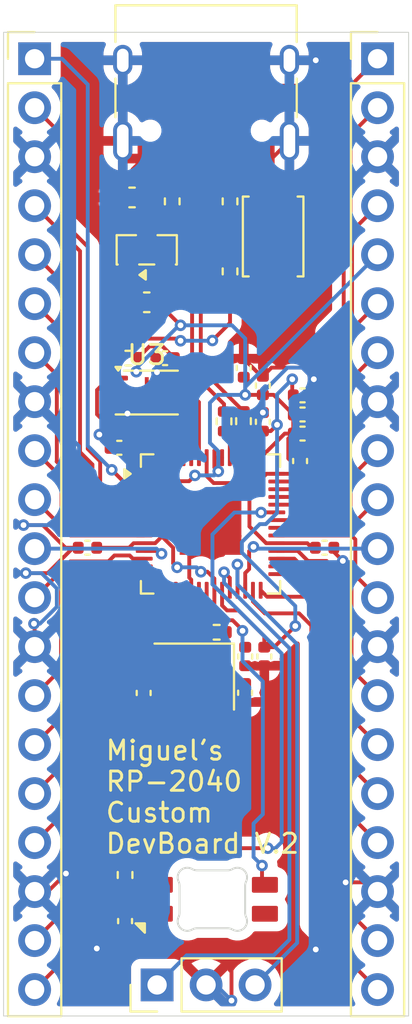
<source format=kicad_pcb>
(kicad_pcb (version 20241229) (generator "pcbnew") (generator_version "9.0")
  (layers (0 "F.Cu" signal) (2 "B.Cu" signal) (13 "F.Paste" user) (15 "B.Paste" user) (5 "F.SilkS" user "F.Silkscreen") (7 "B.SilkS" user "B.Silkscreen") (1 "F.Mask" user) (3 "B.Mask" user) (25 "Edge.Cuts" user))
  (net 0 "")
  (net 1 "+3V3")
  (net 2 "GND")
  (net 3 "+1V1")
  (net 4 "VBUS")
  (net 5 "XIN")
  (net 6 "Net-(C16-Pad2)")
  (net 7 "Net-(J1-CC2)")
  (net 8 "USB_D+")
  (net 9 "USB_D-")
  (net 10 "Net-(J1-CC1)")
  (net 11 "GPIO7")
  (net 12 "GPIO13")
  (net 13 "GPIO12")
  (net 14 "GPIO0")
  (net 15 "GPIO11")
  (net 16 "GPIO4")
  (net 17 "GPIO8")
  (net 18 "GPIO5")
  (net 19 "GPIO15")
  (net 20 "GPIO2")
  (net 21 "GPIO9")
  (net 22 "GPIO14")
  (net 23 "GPIO10")
  (net 24 "GPIO1")
  (net 25 "GPIO6")
  (net 26 "GPIO3")
  (net 27 "GPIO23")
  (net 28 "GPIO21")
  (net 29 "GPIO19")
  (net 30 "GPIO22")
  (net 31 "GPIO17")
  (net 32 "GPIO16")
  (net 33 "GPIO18")
  (net 34 "GPIO20")
  (net 35 "GPIO27_ADC1")
  (net 36 "GPIO24")
  (net 37 "RUN")
  (net 38 "GPIO28_ADC2")
  (net 39 "GPIO26_ADC0")
  (net 40 "GPIO29_ADC3")
  (net 41 "SWD")
  (net 42 "SWCLK")
  (net 43 "XOUT")
  (net 44 "Net-(R6-Pad1)")
  (net 45 "QSPI_SS")
  (net 46 "QSPI_SD1")
  (net 47 "QSPI_SCLK")
  (net 48 "QSPI_SD3")
  (net 49 "QSPI_SD0")
  (net 50 "QSPI_SD2")
  (net 51 "Net-(U1-USB_DM)")
  (net 52 "Net-(U1-USB_DP)")
  (net 53 "LED_0")
  (net 54 "Net-(LED1-VSS)")
  (net 55 "Net-(LED1-DIN)")
  (footprint "Capacitor_SMD:C_0402_1005Metric" (layer "F.Cu") (at 191.3738 59.8932 180)
    (property "Reference" "C17" (hide yes))
    (property "Value" "0.1uF")
  )
  (footprint "Capacitor_SMD:C_0402_1005Metric" (layer "F.Cu") (at 195.453 60.4012 90)
    (property "Reference" "C1" (hide yes))
    (property "Value" "1uF")
  )
  (footprint "Capacitor_SMD:C_0402_1005Metric" (layer "F.Cu") (at 195.5292 75.3618 -90)
    (property "Reference" "C7" (hide yes))
    (property "Value" "0.1uF")
  )
  (footprint "Capacitor_SMD:C_0402_1005Metric" (layer "F.Cu") (at 187.3504 69.723 180)
    (property "Reference" "C8" (hide yes))
    (property "Value" "0.1uF")
  )
  (footprint "Resistor_SMD:R_0402_1005Metric" (layer "F.Cu") (at 189.4738 59.8932 180)
    (property "Reference" "R7" (hide yes))
    (property "Value" "10K")
  )
  (footprint "Capacitor_SMD:C_0402_1005Metric" (layer "F.Cu") (at 196.4436 61.3156 90)
    (property "Reference" "C2" (hide yes))
    (property "Value" "0.1uF" (hide yes))
  )
  (footprint "Connector_PinHeader_2.54mm:PinHeader_1x03_P2.54mm_Vertical" (layer "F.Cu") (at 190.96 92.39 90)
    (property "Reference" "J4" (hide yes))
    (property "Value" "Conn_01x03" (hide yes))
  )
  (footprint "Package_DFN_QFN:QFN-56-1EP_7x7mm_P0.4mm_EP3.2x3.2mm" (layer "F.Cu") (at 193.73 68.49)
    (property "Reference" "U1" (hide yes))
    (property "Value" "RP2040" (hide yes))
  )
  (footprint "Capacitor_SMD:C_0402_1005Metric" (layer "F.Cu") (at 198.501 61.8236)
    (property "Reference" "C12" (hide yes))
    (property "Value" "0.1uF")
  )
  (footprint "Capacitor_SMD:C_0402_1005Metric" (layer "F.Cu") (at 189.0014 64.5414 180)
    (property "Reference" "C9" (hide yes))
    (property "Value" "0.1uF")
  )
  (footprint "Capacitor_SMD:C_0402_1005Metric" (layer "F.Cu") (at 196.5198 75.3592 -90)
    (property "Reference" "C11" (hide yes))
    (property "Value" "0.1uF")
  )
  (footprint "Connector_PinHeader_2.54mm:PinHeader_1x20_P2.54mm_Vertical" (layer "F.Cu") (at 202.39 44.37)
    (property "Reference" "J3" (hide yes))
    (property "Value" "Conn_01x20" (hide yes))
  )
  (footprint "Connector_PinHeader_2.54mm:PinHeader_1x20_P2.54mm_Vertical" (layer "F.Cu") (at 184.61 44.37)
    (property "Reference" "J2" (hide yes))
    (property "Value" "Conn_01x20" (hide yes))
  )
  (footprint "Capacitor_SMD:C_0402_1005Metric" (layer "F.Cu") (at 198.374 65.2272 90)
    (property "Reference" "C5" (hide yes))
    (property "Value" "0.1uF" (hide yes))
  )
  (footprint "Capacitor_SMD:C_0402_1005Metric" (layer "F.Cu") (at 198.501 62.8142)
    (property "Reference" "C3" (hide yes))
    (property "Value" "0.1uF" (hide yes))
  )
  (footprint "Capacitor_SMD:C_0402_1005Metric" (layer "F.Cu") (at 196.4436 63.1952 90)
    (property "Reference" "C10" (hide yes))
    (property "Value" "1uF" (hide yes))
  )
  (footprint "Resistor_SMD:R_0402_1005Metric" (layer "F.Cu") (at 194.7418 51.7652 -90)
    (property "Reference" "R1" (hide yes))
    (property "Value" "5.1K" (hide yes))
  )
  (footprint "Capacitor_SMD:C_0603_1608Metric" (layer "F.Cu") (at 190.4238 56.9976 180)
    (property "Reference" "C14" (hide yes))
    (property "Value" "10uF")
  )
  (footprint "Resistor_SMD:R_0402_1005Metric" (layer "F.Cu") (at 194.7418 55.3954 -90)
    (property "Reference" "R6" (hide yes))
    (property "Value" "1K")
  )
  (footprint "Capacitor_SMD:C_0402_1005Metric" (layer "F.Cu") (at 198.501 63.8048)
    (property "Reference" "C4" (hide yes))
    (property "Value" "0.1uF" (hide yes))
  )
  (footprint "PCM_marbastlib-various:LED_6028R" (layer "F.Cu") (at 193.825 87.95)
    (property "Reference" "LED1" (hide yes))
    (property "Value" "SK6812MINI-E" (hide yes))
    (fp_line (start -1.699999 -0.702843) (end -1.699999 0.702841) (stroke (width 0.1)) (layer "Edge.Cuts"))
    (fp_line (start -0.794452 1.499999) (end 0.794452 1.499999) (stroke (width 0.1)) (layer "Edge.Cuts"))
    (fp_line (start 0.794452 -1.5) (end -0.794453 -1.5) (stroke (width 0.1)) (layer "Edge.Cuts"))
    (fp_line (start 1.699999 0.702841) (end 1.699999 -0.702843) (stroke (width 0.1)) (layer "Edge.Cuts"))
    (fp_arc (start -1.749484 -0.919721) (mid -1.712527 -0.814069) (end -1.699999 -0.702844) (stroke (width 0.1)) (layer "Edge.Cuts"))
    (fp_arc (start -1.749484 -0.919721) (mid -1.638071 -1.504036) (end -1.046711 -1.568299) (stroke (width 0.1)) (layer "Edge.Cuts"))
    (fp_arc (start -1.699999 0.702841) (mid -1.712527 0.814067) (end -1.749484 0.919719) (stroke (width 0.1)) (layer "Edge.Cuts"))
    (fp_arc (start -1.046711 1.568298) (mid -1.638072 1.504034) (end -1.749484 0.919718) (stroke (width 0.1)) (layer "Edge.Cuts"))
    (fp_arc (start -1.046711 1.568298) (mid -0.925123 1.517376) (end -0.794452 1.499999) (stroke (width 0.1)) (layer "Edge.Cuts"))
    (fp_arc (start -0.794453 -1.5) (mid -0.925123 -1.517377) (end -1.046711 -1.568299) (stroke (width 0.1)) (layer "Edge.Cuts"))
    (fp_arc (start 0.794452 1.499999) (mid 0.925122 1.517376) (end 1.04671 1.568298) (stroke (width 0.1)) (layer "Edge.Cuts"))
    (fp_arc (start 1.046711 -1.5683) (mid 0.925123 -1.517378) (end 0.794453 -1.500001) (stroke (width 0.1)) (layer "Edge.Cuts"))
    (fp_arc (start 1.046711 -1.5683) (mid 1.638071 -1.504036) (end 1.749484 -0.919721) (stroke (width 0.1)) (layer "Edge.Cuts"))
    (fp_arc (start 1.699999 -0.702843) (mid 1.712527 -0.814069) (end 1.749484 -0.919721) (stroke (width 0.1)) (layer "Edge.Cuts"))
    (fp_arc (start 1.749484 0.919719) (mid 1.63807 1.504033) (end 1.046711 1.568296) (stroke (width 0.1)) (layer "Edge.Cuts"))
    (fp_arc (start 1.749484 0.919719) (mid 1.712527 0.814067) (end 1.699999 0.702842) (stroke (width 0.1)) (layer "Edge.Cuts"))
  )
  (footprint "Crystal:Crystal_SMD_3225-4Pin_3.2x2.5mm" (layer "F.Cu") (at 192.8876 76.4032 180)
    (property "Reference" "Y1" (hide yes))
    (property "Value" "12 MHz")
  )
  (footprint "Capacitor_SMD:C_0402_1005Metric" (layer "F.Cu") (at 199.644 69.723)
    (property "Reference" "C6" (hide yes))
    (property "Value" "0.1uF")
  )
  (footprint "Capacitor_SMD:C_0603_1608Metric" (layer "F.Cu") (at 189.6618 51.562 180)
    (property "Reference" "C13" (hide yes))
    (property "Value" "10uF")
  )
  (footprint "Package_TO_SOT_SMD:SOT-23" (layer "F.Cu") (at 190.4238 54.2775 90)
    (property "Reference" "U2" (hide yes))
    (property "Value" "MCP1700x-330xxTT" (hide yes))
  )
  (footprint "Connector_USB:USB_C_Receptacle_HRO_TYPE-C-31-M-12" (layer "F.Cu") (at 193.5 45.5 180)
    (property "Reference" "J1" (hide yes))
    (property "Value" "USB_C_Receptacle_USB2.0_14P" (hide yes))
  )
  (footprint "Resistor_SMD:R_0402_1005Metric" (layer "F.Cu") (at 191.7446 51.7652 -90)
    (property "Reference" "R2" (hide yes))
    (property "Value" "5.1K")
  )
  (footprint "Capacitor_SMD:C_0402_1005Metric" (layer "F.Cu") (at 189.3 89.08 -90)
    (property "Reference" "C18" (hide yes))
    (property "Value" "0.1uF")
  )
  (footprint "Resistor_SMD:R_0402_1005Metric" (layer "F.Cu") (at 194.43 63.17 -90)
    (property "Reference" "R3" (hide yes))
    (property "Value" "27")
  )
  (footprint "Capacitor_SMD:C_0402_1005Metric" (layer "F.Cu") (at 190.2636 77.2524 -90)
    (property "Reference" "C15" (hide yes))
    (property "Value" "33pF")
  )
  (footprint "Resistor_SMD:R_0402_1005Metric" (layer "F.Cu") (at 194.0482 74.1054 180)
    (property "Reference" "R5" (hide yes))
    (property "Value" "1K")
  )
  (footprint "Button_Switch_SMD:SW_Push_SPST_NO_Alps_SKRK" (layer "F.Cu") (at 196.977 53.5858 -90)
    (property "Reference" "SW1" (hide yes))
    (property "Value" "SW_Push" (hide yes))
  )
  (footprint "Package_SON:Winbond_USON-8-1EP_3x2mm_P0.5mm_EP0.2x1.6mm" (layer "F.Cu") (at 190.4238 61.6779)
    (property "Reference" "U3")
    (property "Value" "W25Q16JVZPIQ TR")
  )
  (footprint "Resistor_SMD:R_0402_1005Metric" (layer "F.Cu") (at 189.3 86.69 -90)
    (property "Reference" "R8" (hide yes))
    (property "Value" "330")
  )
  (footprint "Capacitor_SMD:C_0402_1005Metric" (layer "F.Cu") (at 195.5214 77.2414 90)
    (property "Reference" "C16" (hide yes))
    (property "Value" "33pF")
  )
  (footprint "Resistor_SMD:R_0402_1005Metric" (layer "F.Cu") (at 195.44 63.16 -90)
    (property "Reference" "R4" (hide yes))
    (property "Value" "27" (hide yes))
  )
  (gr_rect (start 183 43) (end 204 94) (stroke (width 0.05)) (fill no) (layer "Edge.Cuts"))
  (gr_text "Miguel's \nRP-2040 \nCustom \nDevBoard V.2" (at 188.214 85.6488 0) (layer "F.SilkS") (effects (font (size 1 1)) (justify left bottom)))
  (segment (start 193.93 72.9266) (end 194.4878 73.4844) (width 0.2) (layer "F.Cu") (net 1))
  (segment (start 190.4238 64.7446) (end 190.4238 65.7587) (width 0.2) (layer "F.Cu") (net 1))
  (segment (start 190.86 69.49) (end 191.2112 69.1388) (width 0.2) (layer "F.Cu") (net 1))
  (segment (start 197.763 64.0628) (end 198.021 63.8048) (width 0.2) (layer "F.Cu") (net 1))
  (segment (start 193.93 65.5584) (end 194.1322 65.7606) (width 0.2) (layer "F.Cu") (net 1))
  (segment (start 192.619731 66.273426) (end 192.921056 65.972101) (width 0.2) (layer "F.Cu") (net 1))
  (segment (start 194.33 65.0525) (end 193.93 65.0525) (width 0.2) (layer "F.Cu") (net 1))
  (segment (start 189.9838 59.8932) (end 189.9838 60.493734) (width 0.2) (layer "F.Cu") (net 1))
  (segment (start 195.748228 68.621228) (end 195.748228 66.773998) (width 0.2) (layer "F.Cu") (net 1))
  (segment (start 196.4436 61.7956) (end 197.0024 61.7956) (width 0.2) (layer "F.Cu") (net 1))
  (segment (start 195.5292 61.7982) (end 195.5292 60.9574) (width 0.2) (layer "F.Cu") (net 1))
  (segment (start 191.3738 56.8226) (end 191.1988 56.9976) (width 0.2) (layer "F.Cu") (net 1))
  (segment (start 195.388485 73.995345) (end 195.388485 74.029315) (width 0.2) (layer "F.Cu") (net 1))
  (segment (start 197.1675 69.49) (end 196.617 69.49) (width 0.2) (layer "F.Cu") (net 1))
  (segment (start 193.93 71.3242) (end 193.93 71.9275) (width 0.2) (layer "F.Cu") (net 1))
  (segment (start 196.4 87.05) (end 196.55 87.2) (width 0.2) (layer "F.Cu") (net 1))
  (segment (start 195.388485 74.741085) (end 195.5292 74.8818) (width 0.2) (layer "F.Cu") (net 1))
  (segment (start 190.825774 65.89) (end 190.826774 65.889) (width 0.2) (layer "F.Cu") (net 1))
  (segment (start 191.792318 69.719918) (end 191.792318 70.532718) (width 0.2) (layer "F.Cu") (net 1))
  (segment (start 198.021 63.8048) (end 197.5777 63.8048) (width 0.2) (layer "F.Cu") (net 1))
  (segment (start 196.617 69.49) (end 195.748228 68.621228) (width 0.2) (layer "F.Cu") (net 1))
  (segment (start 189.5094 69.723) (end 187.8304 69.723) (width 0.2) (layer "F.Cu") (net 1))
  (segment (start 191.8488 60.9279) (end 191.8488 59.8982) (width 0.2) (layer "F.Cu") (net 1))
  (segment (start 197.0024 61.7956) (end 198.021 62.8142) (width 0.2) (layer "F.Cu") (net 1))
  (segment (start 190.56725 59.2822) (end 191.2428 59.2822) (width 0.2) (layer "F.Cu") (net 1))
  (segment (start 195.5292 61.7982) (end 196.441 61.7982) (width 0.2) (layer "F.Cu") (net 1))
  (segment (start 190.4238 65.7587) (end 190.2925 65.89) (width 0.2) (layer "F.Cu") (net 1))
  (segment (start 195.5292 60.9574) (end 195.453 60.8812) (width 0.2) (layer "F.Cu") (net 1))
  (segment (start 190.2925 69.49) (end 190.86 69.49) (width 0.2) (layer "F.Cu") (net 1))
  (segment (start 190.2925 65.89) (end 190.825774 65.89) (width 0.2) (layer "F.Cu") (net 1))
  (segment (start 193.5734 70.9676) (end 193.93 71.3242) (width 0.2) (layer "F.Cu") (net 1))
  (segment (start 189.9838 59.8932) (end 189.9838 59.86565) (width 0.2) (layer "F.Cu") (net 1))
  (segment (start 198.7506 69.49) (end 198.9836 69.723) (width 0.2) (layer "F.Cu") (net 1))
  (segment (start 193.230223 70.9676) (end 193.5734 70.9676) (width 0.2) (layer "F.Cu") (net 1))
  (segment (start 189.4814 64.5414) (end 190.2206 64.5414) (width 0.2) (layer "F.Cu") (net 1))
  (segment (start 189.7424 69.49) (end 189.5094 69.723) (width 0.2) (layer "F.Cu") (net 1))
  (segment (start 196.441 61.7982) (end 196.4436 61.7956) (width 0.2) (layer "F.Cu") (net 1))
  (segment (start 191.8488 59.8982) (end 191.8538 59.8932) (width 0.2) (layer "F.Cu") (net 1))
  (segment (start 197.5777 63.8048) (end 196.33 65.0525) (width 0.2) (layer "F.Cu") (net 1))
  (segment (start 191.1988 56.9976) (end 191.1988 57.2152) (width 0.2) (layer "F.Cu") (net 1))
  (segment (start 197.1675 65.89) (end 198.1912 65.89) (width 0.2) (layer "F.Cu") (net 1))
  (segment (start 191.1988 57.2152) (end 192.175 58.1914) (width 0.2) (layer "F.Cu") (net 1))
  (segment (start 190.2925 69.49) (end 189.7424 69.49) (width 0.2) (layer "F.Cu") (net 1))
  (segment (start 197.1675 69.49) (end 198.7506 69.49) (width 0.2) (layer "F.Cu") (net 1))
  (segment (start 198.374 65.7072) (end 197.763 65.0962) (width 0.2) (layer "F.Cu") (net 1))
  (segment (start 193.93 65.0525) (end 193.93 65.5584) (width 0.2) (layer "F.Cu") (net 1))
  (segment (start 198.021 62.8142) (end 198.021 63.8048) (width 0.2) (layer "F.Cu") (net 1))
  (segment (start 198.9836 69.723) (end 199.164 69.723) (width 0.2) (layer "F.Cu") (net 1))
  (segment (start 194.87754 73.4844) (end 195.388485 73.995345) (width 0.2) (layer "F.Cu") (net 1))
  (segment (start 191.2112 69.1388) (end 191.792318 69.719918) (width 0.2) (layer "F.Cu") (net 1))
  (segment (start 190.2206 64.5414) (end 190.4238 64.7446) (width 0.2) (layer "F.Cu") (net 1))
  (segment (start 191.792318 70.532718) (end 191.9986 70.739) (width 0.2) (layer "F.Cu") (net 1))
  (segment (start 191.2112 69.1388) (end 191.2112 66.273426) (width 0.2) (layer "F.Cu") (net 1))
  (segment (start 193.93 71.9275) (end 193.93 72.9266) (width 0.2) (layer "F.Cu") (net 1))
  (segment (start 195.93 65.0525) (end 196.33 65.0525) (width 0.2) (layer "F.Cu") (net 1))
  (segment (start 191.2428 59.2822) (end 191.8538 59.8932) (width 0.2) (layer "F.Cu") (net 1))
  (segment (start 198.1912 65.89) (end 198.374 65.7072) (width 0.2) (layer "F.Cu") (net 1))
  (segment (start 196.4 86.2) (end 196.4 87.05) (width 0.2) (layer "F.Cu") (net 1))
  (segment (start 189.9838 60.493734) (end 189.881209 60.596325) (width 0.2) (layer "F.Cu") (net 1))
  (segment (start 191.2112 66.273426) (end 192.619731 66.273426) (width 0.2) (layer "F.Cu") (net 1))
  (segment (start 195.388485 74.029315) (end 195.388485 74.741085) (width 0.2) (layer "F.Cu") (net 1))
  (segment (start 191.2112 66.273426) (end 190.826774 65.889) (width 0.2) (layer "F.Cu") (net 1))
  (segment (start 194.4878 73.4844) (end 194.87754 73.4844) (width 0.2) (layer "F.Cu") (net 1))
  (segment (start 195.748228 66.773998) (end 196.632226 65.89) (width 0.2) (layer "F.Cu") (net 1))
  (segment (start 189.9838 59.86565) (end 190.56725 59.2822) (width 0.2) (layer "F.Cu") (net 1))
  (segment (start 196.632226 65.89) (end 197.1675 65.89) (width 0.2) (layer "F.Cu") (net 1))
  (segment (start 191.3738 55.215) (end 191.3738 56.8226) (width 0.2) (layer "F.Cu") (net 1))
  (segment (start 197.763 65.0962) (end 197.763 64.0628) (width 0.2) (layer "F.Cu") (net 1))
  (via (at 195.5292 61.7982) (size 0.6) (drill 0.3) (layers "F.Cu" "B.Cu") (net 1))
  (via (at 189.881209 60.596325) (size 0.6) (drill 0.3) (layers "F.Cu" "B.Cu") (net 1))
  (via (at 192.921056 65.972101) (size 0.6) (drill 0.3) (layers "F.Cu" "B.Cu") (net 1))
  (via (at 191.9986 70.739) (size 0.6) (drill 0.3) (layers "F.Cu" "B.Cu") (net 1))
  (via (at 192.175 58.1914) (size 0.6) (drill 0.3) (layers "F.Cu" "B.Cu") (net 1))
  (via (at 194.1322 65.7606) (size 0.6) (drill 0.3) (layers "F.Cu" "B.Cu") (net 1))
  (via (at 193.230223 70.9676) (size 0.6) (drill 0.3) (layers "F.Cu" "B.Cu") (net 1))
  (via (at 196.4 86.2) (size 0.6) (drill 0.3) (layers "F.Cu" "B.Cu") (net 1))
  (via (at 195.388485 74.029315) (size 0.6) (drill 0.3) (layers "F.Cu" "B.Cu") (net 1))
  (segment (start 191.9986 70.739) (end 193.001623 70.739) (width 0.2) (layer "B.Cu") (net 1))
  (segment (start 189.881209 60.410391) (end 192.1002 58.1914) (width 0.2) (layer "B.Cu") (net 1))
  (segment (start 193.001623 70.739) (end 193.230223 70.9676) (width 0.2) (layer "B.Cu") (net 1))
  (segment (start 195.961 85.761) (end 196.4 86.2) (width 0.2) (layer "B.Cu") (net 1))
  (segment (start 195.388485 75.602085) (end 196.4436 76.6572) (width 0.2) (layer "B.Cu") (net 1))
  (segment (start 194.1322 64.7192) (end 193.7004 64.2874) (width 0.2) (layer "B.Cu") (net 1))
  (segment (start 192.175 58.1914) (end 194.8434 58.1914) (width 0.2) (layer "B.Cu") (net 1))
  (segment (start 194.1322 65.7606) (end 194.1322 64.7192) (width 0.2) (layer "B.Cu") (net 1))
  (segment (start 192.921056 65.972101) (end 193.920699 65.972101) (width 0.2) (layer "B.Cu") (net 1))
  (segment (start 193.7004 62.2046) (end 194.1068 61.7982) (width 0.2) (layer "B.Cu") (net 1))
  (segment (start 196.4436 83.5406) (end 195.961 84.0232) (width 0.2) (layer "B.Cu") (net 1))
  (segment (start 195.5292 61.7982) (end 195.5292 61.3908) (width 0.2) (layer "B.Cu") (net 1))
  (segment (start 195.5292 58.8772) (end 195.5292 61.7982) (width 0.2) (layer "B.Cu") (net 1))
  (segment (start 192.1002 58.1914) (end 192.175 58.1914) (width 0.2) (layer "B.Cu") (net 1))
  (segment (start 194.8434 58.1914) (end 195.5292 58.8772) (width 0.2) (layer "B.Cu") (net 1))
  (segment (start 195.961 84.0232) (end 195.961 85.761) (width 0.2) (layer "B.Cu") (net 1))
  (segment (start 194.1068 61.7982) (end 195.5292 61.7982) (width 0.2) (layer "B.Cu") (net 1))
  (segment (start 196.4436 76.6572) (end 196.4436 83.5406) (width 0.2) (layer "B.Cu") (net 1))
  (segment (start 195.388485 74.029315) (end 195.388485 75.602085) (width 0.2) (layer "B.Cu") (net 1))
  (segment (start 193.7004 64.2874) (end 193.7004 62.2046) (width 0.2) (layer "B.Cu") (net 1))
  (segment (start 193.920699 65.972101) (end 194.1322 65.7606) (width 0.2) (layer "B.Cu") (net 1))
  (segment (start 189.881209 60.596325) (end 189.881209 60.410391) (width 0.2) (layer "B.Cu") (net 1))
  (segment (start 195.5292 61.3908) (end 202.39 54.53) (width 0.2) (layer "B.Cu") (net 1))
  (segment (start 198.981 64.1402) (end 198.374 64.7472) (width 0.2) (layer "F.Cu") (net 2))
  (segment (start 195.339 90.551) (end 199.1868 90.551) (width 0.2) (layer "F.Cu") (net 2))
  (segment (start 196.1876 52.2752) (end 196.977 51.4858) (width 0.2) (layer "F.Cu") (net 2))
  (segment (start 200.124 69.93867) (end 200.588965 70.403635) (width 0.2) (layer "F.Cu") (net 2))
  (segment (start 196.4436 60.8356) (end 196.3674 60.8356) (width 0.2) (layer "F.Cu") (net 2))
  (segment (start 192.73 71.3792) (end 192.629223 71.278423) (width 0.2) (layer "F.Cu") (net 2))
  (segment (start 195.0532 77.2532) (end 195.5214 77.7214) (width 0.2) (layer "F.Cu") (net 2))
  (segment (start 192.73 71.9275) (end 192.73 71.3792) (width 0.2) (layer "F.Cu") (net 2))
  (segment (start 192.629223 69.590777) (end 193.73 68.49) (width 0.2) (layer "F.Cu") (net 2))
  (segment (start 186.2328 86.614) (end 185.2968 87.55) (width 0.2) (layer "F.Cu") (net 2))
  (segment (start 186.6055 69.723) (end 186.8704 69.723) (width 0.2) (layer "F.Cu") (net 2))
  (segment (start 196.4436 60.8356) (end 196.8948 60.3844) (width 0.2) (layer "F.Cu") (net 2))
  (segment (start 186.2074 69.723) (end 185.033526 68.549126) (width 0.2) (layer "F.Cu") (net 2))
  (segment (start 184.152176 71.039998) (end 185.288502 71.039998) (width 0.2) (layer "F.Cu") (net 2))
  (segment (start 189.6526 77.3834) (end 190.2636 76.7724) (width 0.2) (layer "F.Cu") (net 2))
  (segment (start 189.6526 78.05895) (end 189.6526 77.3834) (width 0.2) (layer "F.Cu") (net 2))
  (segment (start 196.8948 60.3844) (end 198.4842 60.3844) (width 0.2) (layer "F.Cu") (net 2))
  (segment (start 194.818 93.2) (end 194.818 91.4908) (width 0.2) (layer "F.Cu") (net 2))
  (segment (start 185.033526 68.549126) (end 184.033829 68.549126) (width 0.2) (layer "F.Cu") (net 2))
  (segment (start 200.7362 87.0712) (end 201.9112 87.0712) (width 0.2) (layer "F.Cu") (net 2))
  (segment (start 194.7418 52.2752) (end 196.1876 52.2752) (width 0.2) (layer "F.Cu") (net 2))
  (segment (start 189.9637 54.3785) (end 189.6858 54.1006) (width 0.2) (layer "F.Cu") (net 2))
  (segment (start 194.6086 91.2814) (end 195.339 90.551) (width 0.2) (layer "F.Cu") (net 2))
  (segment (start 187.965 63.8556) (end 187.965 63.985) (width 0.2) (layer "F.Cu") (net 2))
  (segment (start 198.4842 60.3844) (end 199.0852 60.9854) (width 0.2) (layer "F.Cu") (net 2))
  (segment (start 193.9876 77.2532) (end 195.0532 77.2532) (width 0.2) (layer "F.Cu") (net 2))
  (segment (start 200.124 69.723) (end 200.124 69.93867) (width 0.2) (layer "F.Cu") (net 2))
  (segment (start 184.61 74.85) (end 184.61 73.69208) (width 0.2) (layer "F.Cu") (net 2))
  (segment (start 198.981 61.0896) (end 199.0852 60.9854) (width 0.2) (layer "F.Cu") (net 2))
  (segment (start 196.5172 75.8418) (end 196.5198 75.8392) (width 0.2) (layer "F.Cu") (net 2))
  (segment (start 191.7876 74.2012) (end 191.7876 75.5532) (width 0.2) (layer "F.Cu") (net 2))
  (segment (start 188.9988 62.4279) (end 189.087303 62.4279) (width 0.2) (layer "F.Cu") (net 2))
  (segment (start 189.6858 50.1092) (end 190.25 49.545) (width 0.2) (layer "F.Cu") (net 2))
  (segment (start 198.981 61.8236) (end 198.981 61.0896) (width 0.2) (layer "F.Cu") (net 2))
  (segment (start 186.8704 69.723) (end 186.2074 69.723) (width 0.2) (layer "F.Cu") (net 2))
  (segment (start 191.4828 75.5532) (end 190.2636 76.7724) (width 0.2) (layer "F.Cu") (net 2))
  (segment (start 191.6102 90.5002) (end 187.833 90.5002) (width 0.2) (layer "F.Cu") (net 2))
  (segment (start 190.953129 59.952529) (end 190.8938 59.8932) (width 0.2) (layer "F.Cu") (net 2))
  (segment (start 187.965 63.985) (end 188.5214 64.5414) (width 0.2) (layer "F.Cu") (net 2))
  (segment (start 196.905 49.545) (end 197.82 48.63) (width 0.2) (layer "F.Cu") (net 2))
  (segment (start 193.9876 77.2532) (end 192.9274 78.3134) (width 0.2) (layer "F.Cu") (net 2))
  (segment (start 189.90705 78.3134) (end 189.6526 78.05895) (width 0.2) (layer "F.Cu") (net 2))
  (segment (start 190.764768 54.3785) (end 189.9637 54.3785) (width 0.2) (layer "F.Cu") (net 2))
  (segment (start 191.7446 53.398668) (end 190.764768 54.3785) (width 0.2) (layer "F.Cu") (net 2))
  (segment (start 198.981 63.8048) (end 198.981 64.1402) (width 0.2) (layer "F.Cu") (net 2))
  (segment (start 193.5 92.39) (end 194.6086 91.2814) (width 0.2) (layer "F.Cu") (net 2))
  (segment (start 189.087303 62.4279) (end 189.423144 62.763741) (width 0.2) (layer "F.Cu") (net 2))
  (segment (start 201.9112 87.0712) (end 202.39 87.55) (width 0.2) (layer "F.Cu") (net 2))
  (segment (start 192.73 73.2588) (end 191.7876 74.2012) (width 0.2) (layer "F.Cu") (net 2))
  (segment (start 196.75 49.545) (end 196.75 51.2588) (width 0.2) (layer "F.Cu") (net 2))
  (segment (start 192.9274 78.3134) (end 189.90705 78.3134) (width 0.2) (layer "F.Cu") (net 2))
  (segment (start 185.2968 87.55) (end 184.61 87.55) (width 0.2) (layer "F.Cu") (net 2))
  (segment (start 189.6858 54.1006) (end 189.6858 50.1092) (width 0.2) (layer "F.Cu") (net 2))
  (segment (start 198.981 61.8236) (end 198.981 62.8142) (width 0.2) (layer "F.Cu") (net 2))
  (segment (start 184.61 73.69208) (end 184.577532 73.659612) (width 0.2) (layer "F.Cu") (net 2))
  (segment (start 190.953129 60.621624) (end 190.953129 59.952529) (width 0.2) (layer "F.Cu") (net 2))
  (segment (start 197.82 44.45) (end 199.1868 44.45) (width 0.2) (layer "F.Cu") (net 2))
  (segment (start 196.75 51.2588) (end 196.977 51.4858) (width 0.2) (layer "F.Cu") (net 2))
  (segment (start 185.288502 71.039998) (end 186.6055 69.723) (width 0.2) (layer "F.Cu") (net 2))
  (segment (start 196.4436 62.7152) (end 196.4436 62.7126) (width 0.2) (layer "F.Cu") (net 2))
  (segment (start 195.5292 75.8418) (end 196.5172 75.8418) (width 0.2) (layer "F.Cu") (net 2))
  (segment (start 194.818 91.4908) (end 194.6086 91.2814) (width 0.2) (layer "F.Cu") (net 2))
  (segment (start 192.629223 71.278423) (end 192.629223 69.590777) (width 0.2) (layer "F.Cu") (net 2))
  (segment (start 192.73 71.9275) (end 192.73 73.2588) (width 0.2) (layer "F.Cu") (net 2))
  (segment (start 191.7876 75.5532) (end 191.4828 75.5532) (width 0.2) (layer "F.Cu") (net 2))
  (segment (start 193.5 92.39) (end 191.6102 90.5002) (width 0.2) (layer "F.Cu") (net 2))
  (segment (start 191.7446 52.2752) (end 191.7446 53.398668) (width 0.2) (layer "F.Cu") (net 2))
  (segment (start 196.75 49.545) (end 196.905 49.545) (width 0.2) (layer "F.Cu") (net 2))
  (segment (start 198.981 63.8048) (end 198.981 62.8142) (width 0.2) (layer "F.Cu") (net 2))
  (segment (start 196.3674 60.8356) (end 195.453 59.9212) (width 0.2) (layer "F.Cu") (net 2))
  (via (at 199.0852 60.9854) (size 0.6) (drill 0.3) (layers "F.Cu" "B.Cu") (net 2))
  (via (at 199.1868 90.551) (size 0.6) (drill 0.3) (layers "F.Cu" "B.Cu") (net 2))
  (via (at 200.588965 70.403635) (size 0.6) (drill 0.3) (layers "F.Cu" "B.Cu") (net 2))
  (via (at 184.033829 68.549126) (size 0.6) (drill 0.3) (layers "F.Cu" "B.Cu") (net 2))
  (via (at 187.833 90.5002) (size 0.6) (drill 0.3) (layers "F.Cu" "B.Cu") (net 2))
  (via (at 189.423144 62.763741) (size 0.6) (drill 0.3) (layers "F.Cu" "B.Cu") (net 2))
  (via (at 184.152176 71.039998) (size 0.6) (drill 0.3) (layers "F.Cu" "B.Cu") (net 2))
  (via (at 194.818 93.2) (size 0.6) (drill 0.3) (layers "F.Cu" "B.Cu") (net 2))
  (via (at 199.1868 44.45) (size 0.6) (drill 0.3) (layers "F.Cu" "B.Cu") (net 2))
  (via (at 186.2328 86.614) (size 0.6) (drill 0.3) (layers "F.Cu" "B.Cu") (net 2))
  (via (at 196.4436 62.7126) (size 0.6) (drill 0.3) (layers "F.Cu" "B.Cu") (net 2))
  (via (at 190.953129 60.621624) (size 0.6) (drill 0.3) (layers "F.Cu" "B.Cu") (net 2))
  (via (at 200.7362 87.0712) (size 0.6) (drill 0.3) (layers "F.Cu" "B.Cu") (net 2))
  (via (at 184.577532 73.659612) (size 0.6) (drill 0.3) (layers "F.Cu" "B.Cu") (net 2))
  (via (at 187.965 63.8556) (size 0.6) (drill 0.3) (layers "F.Cu" "B.Cu") (net 2))
  (segment (start 194.008 92.39) (end 194.818 93.2) (width 0.2) (layer "B.Cu") (net 2))
  (segment (start 189.45 65.3406) (end 187.965 63.8556) (width 0.2) (layer "B.Cu") (net 2))
  (segment (start 190.953129 61.233756) (end 190.953129 60.621624) (width 0.2) (layer "B.Cu") (net 2))
  (segment (start 199.1868 90.551) (end 200.7362 89.0016) (width 0.2) (layer "B.Cu") (net 2))
  (segment (start 200.588965 70.403635) (end 200.588965 73.048965) (width 0.2) (layer "B.Cu") (net 2))
  (segment (start 196.4436 62.7126) (end 196.4436 61.659457) (width 0.2) (layer "B.Cu") (net 2))
  (segment (start 189.056859 62.763741) (end 187.965 63.8556) (width 0.2) (layer "B.Cu") (net 2))
  (segment (start 184.888148 73.659612) (end 185.761 72.78676) (width 0.2) (layer "B.Cu") (net 2))
  (segment (start 189.423144 62.763741) (end 190.953129 61.233756) (width 0.2) (layer "B.Cu") (net 2))
  (segment (start 184.61 62.15) (end 186.910417 64.450417) (width 0.2) (layer "B.Cu") (net 2))
  (segment (start 189.45 66.009543) (end 189.45 65.3406) (width 0.2) (layer "B.Cu") (net 2))
  (segment (start 201.2762 61.0362) (end 202.39 62.15) (width 0.2) (layer "B.Cu") (net 2))
  (segment (start 200.7362 89.0016) (end 200.7362 87.0712) (width 0.2) (layer "B.Cu") (net 2))
  (segment (start 199.0852 60.9854) (end 199.136 61.0362) (width 0.2) (layer "B.Cu") (net 2))
  (segment (start 200.588965 73.048965) (end 202.39 74.85) (width 0.2) (layer "B.Cu") (net 2))
  (segment (start 199.1868 44.45) (end 199.1868 46.2468) (width 0.2) (layer "B.Cu") (net 2))
  (segment (start 184.967758 71.039998) (end 184.152176 71.039998) (width 0.2) (layer "B.Cu") (net 2))
  (segment (start 185.761 72.78676) (end 185.761 71.83324) (width 0.2) (layer "B.Cu") (net 2))
  (segment (start 186.910417 68.549126) (end 189.45 66.009543) (width 0.2) (layer "B.Cu") (net 2))
  (segment (start 184.577532 73.659612) (end 184.888148 73.659612) (width 0.2) (layer "B.Cu") (net 2))
  (segment (start 197.718657 60.3844) (end 198.4842 60.3844) (width 0.2) (layer "B.Cu") (net 2))
  (segment (start 186.910417 64.450417) (end 186.910417 68.549126) (width 0.2) (layer "B.Cu") (net 2))
  (segment (start 187.833 88.2142) (end 186.2328 86.614) (width 0.2) (layer "B.Cu") (net 2))
  (segment (start 196.4436 61.659457) (end 197.718657 60.3844) (width 0.2) (layer "B.Cu") (net 2))
  (segment (start 199.136 61.0362) (end 201.2762 61.0362) (width 0.2) (layer "B.Cu") (net 2))
  (segment (start 198.4842 60.3844) (end 199.0852 60.9854) (width 0.2) (layer "B.Cu") (net 2))
  (segment (start 187.833 90.5002) (end 187.833 88.2142) (width 0.2) (layer "B.Cu") (net 2))
  (segment (start 193.5 92.39) (end 194.008 92.39) (width 0.2) (layer "B.Cu") (net 2))
  (segment (start 184.033829 68.549126) (end 186.910417 68.549126) (width 0.2) (layer "B.Cu") (net 2))
  (segment (start 199.1868 46.2468) (end 202.39 49.45) (width 0.2) (layer "B.Cu") (net 2))
  (segment (start 189.423144 62.763741) (end 189.056859 62.763741) (width 0.2) (layer "B.Cu") (net 2))
  (segment (start 185.761 71.83324) (end 184.967758 71.039998) (width 0.2) (layer "B.Cu") (net 2))
  (segment (start 195.8568 64.262) (end 196.4436 63.6752) (width 0.2) (layer "F.Cu") (net 3))
  (segment (start 196.5198 74.8792) (end 197.0278 74.8792) (width 0.2) (layer "F.Cu") (net 3))
  (segment (start 196.8526 63.6752) (end 197.1802 63.3476) (width 0.2) (layer "F.Cu") (net 3))
  (segment (start 196.4436 63.6752) (end 196.8526 63.6752) (width 0.2) (layer "F.Cu") (net 3))
  (segment (start 194.5894 72.9742) (end 195.1819 72.9742) (width 0.2) (layer "F.Cu") (net 3))
  (segment (start 194.33 71.9275) (end 194.33 72.7148) (width 0.2) (layer "F.Cu") (net 3))
  (segment (start 195.53 65.0525) (end 195.53 65.836) (width 0.2) (layer "F.Cu") (net 3))
  (segment (start 194.9958 66.3702) (end 193.891857 66.3702) (width 0.2) (layer "F.Cu") (net 3))
  (segment (start 197.0278 74.8792) (end 198.125165 73.781835) (width 0.2) (layer "F.Cu") (net 3))
  (segment (start 194.33 72.7148) (end 194.5894 72.9742) (width 0.2) (layer "F.Cu") (net 3))
  (segment (start 193.891857 66.3702) (end 193.53 66.008343) (width 0.2) (layer "F.Cu") (net 3))
  (segment (start 195.1819 72.9742) (end 196.5198 74.3121) (width 0.2) (layer "F.Cu") (net 3))
  (segment (start 195.53 65.0525) (end 195.53 64.3882) (width 0.2) (layer "F.Cu") (net 3))
  (segment (start 197.9676 61.7702) (end 198.021 61.8236) (width 0.2) (layer "F.Cu") (net 3))
  (segment (start 193.53 66.008343) (end 193.53 65.0525) (width 0.2) (layer "F.Cu") (net 3))
  (segment (start 197.9676 60.9854) (end 197.9676 61.7702) (width 0.2) (layer "F.Cu") (net 3))
  (segment (start 195.53 64.3882) (end 195.6562 64.262) (width 0.2) (layer "F.Cu") (net 3))
  (segment (start 195.53 65.836) (end 194.9958 66.3702) (width 0.2) (layer "F.Cu") (net 3))
  (segment (start 196.5198 74.3121) (end 196.5198 74.8792) (width 0.2) (layer "F.Cu") (net 3))
  (segment (start 195.6562 64.262) (end 195.8568 64.262) (width 0.2) (layer "F.Cu") (net 3))
  (via (at 197.1802 63.3476) (size 0.6) (drill 0.3) (layers "F.Cu" "B.Cu") (net 3))
  (via (at 198.125165 73.781835) (size 0.6) (drill 0.3) (layers "F.Cu" "B.Cu") (net 3))
  (via (at 197.9676 60.9854) (size 0.6) (drill 0.3) (layers "F.Cu" "B.Cu") (net 3))
  (segment (start 196.598171 68.498041) (end 197.1802 67.916012) (width 0.2) (layer "B.Cu") (net 3))
  (segment (start 198.125165 72.742424) (end 195.354835 69.972094) (width 0.2) (layer "B.Cu") (net 3))
  (segment (start 197.1802 67.916012) (end 197.1802 63.3476) (width 0.2) (layer "B.Cu") (net 3))
  (segment (start 195.354835 69.972094) (end 195.354835 69.428422) (width 0.2) (layer "B.Cu") (net 3))
  (segment (start 198.125165 73.781835) (end 198.125165 72.742424) (width 0.2) (layer "B.Cu") (net 3))
  (segment (start 197.1802 61.7728) (end 197.9676 60.9854) (width 0.2) (layer "B.Cu") (net 3))
  (segment (start 196.285216 68.498041) (end 196.598171 68.498041) (width 0.2) (layer "B.Cu") (net 3))
  (segment (start 195.354835 69.428422) (end 196.285216 68.498041) (width 0.2) (layer "B.Cu") (net 3))
  (segment (start 197.1802 63.3476) (end 197.1802 61.7728) (width 0.2) (layer "B.Cu") (net 3))
  (segment (start 200.9892 45.7708) (end 202.39 44.37) (width 0.2) (layer "F.Cu") (net 4))
  (segment (start 192.2882 47.3818) (end 191.05 48.62) (width 0.2) (layer "F.Cu") (net 4))
  (segment (start 194.6309 47.3818) (end 192.2882 47.3818) (width 0.2) (layer "F.Cu") (net 4))
  (segment (start 190.4368 53.327) (end 190.4238 53.34) (width 0.2) (layer "F.Cu") (net 4))
  (segment (start 191.05 50.9488) (end 190.4368 51.562) (width 0.2) (layer "F.Cu") (net 4))
  (segment (start 191.05 49.545) (end 191.05 50.9488) (width 0.2) (layer "F.Cu") (net 4))
  (segment (start 191.05 48.62) (end 191.05 49.545) (width 0.2) (layer "F.Cu") (net 4))
  (segment (start 195.95 48.7009) (end 194.6309 47.3818) (width 0.2) (layer "F.Cu") (net 4))
  (segment (start 195.95 49.545) (end 195.95 48.7009) (width 0.2) (layer "F.Cu") (net 4))
  (segment (start 196.2419 45.7708) (end 200.9892 45.7708) (width 0.2) (layer "F.Cu") (net 4))
  (segment (start 194.6309 47.3818) (end 196.2419 45.7708) (width 0.2) (layer "F.Cu") (net 4))
  (segment (start 190.4368 51.562) (end 190.4368 53.327) (width 0.2) (layer "F.Cu") (net 4))
  (segment (start 190.7428 77.2532) (end 190.2636 77.7324) (width 0.2) (layer "F.Cu") (net 5))
  (segment (start 191.7876 77.2532) (end 190.7428 77.2532) (width 0.2) (layer "F.Cu") (net 5))
  (segment (start 193.13 71.9275) (end 193.13 73.57) (width 0.2) (layer "F.Cu") (net 5))
  (segment (start 192.8114 76.2294) (end 191.7876 77.2532) (width 0.2) (layer "F.Cu") (net 5))
  (segment (start 193.13 73.57) (end 192.8114 73.8886) (width 0.2) (layer "F.Cu") (net 5))
  (segment (start 192.8114 73.8886) (end 192.8114 76.2294) (width 0.2) (layer "F.Cu") (net 5))
  (segment (start 194.5582 74.9826) (end 193.9876 75.5532) (width 0.2) (layer "F.Cu") (net 6))
  (segment (start 193.9876 75.5532) (end 195.1958 76.7614) (width 0.2) (layer "F.Cu") (net 6))
  (segment (start 195.1958 76.7614) (end 195.5214 76.7614) (width 0.2) (layer "F.Cu") (net 6))
  (segment (start 194.5582 74.1054) (end 194.5582 74.9826) (width 0.2) (layer "F.Cu") (net 6))
  (segment (start 191.7446 51.2552) (end 191.7446 49.5504) (width 0.2) (layer "F.Cu") (net 7))
  (segment (start 191.7446 49.5504) (end 191.75 49.545) (width 0.2) (layer "F.Cu") (net 7))
  (segment (start 192.75 50.632501) (end 192.75 49.545) (width 0.2) (layer "F.Cu") (net 8))
  (segment (start 192.775 60.621397) (end 192.775 50.657501) (width 0.2) (layer "F.Cu") (net 8))
  (segment (start 193.1162 48.1838) (end 193.3658 48.1838) (width 0.2) (layer "F.Cu") (net 8))
  (segment (start 192.75 49.545) (end 192.75 48.55) (width 0.2) (layer "F.Cu") (net 8))
  (segment (start 193.3658 48.1838) (end 193.75 48.568) (width 0.2) (layer "F.Cu") (net 8))
  (segment (start 192.775 50.657501) (end 192.75 50.632501) (width 0.2) (layer "F.Cu") (net 8))
  (segment (start 192.75 48.55) (end 193.1162 48.1838) (width 0.2) (layer "F.Cu") (net 8))
  (segment (start 193.75 48.568) (end 193.75 49.545) (width 0.2) (layer "F.Cu") (net 8))
  (segment (start 194.43 62.66) (end 194.43 62.276397) (width 0.2) (layer "F.Cu") (net 8))
  (segment (start 194.43 62.276397) (end 192.775 60.621397) (width 0.2) (layer "F.Cu") (net 8))
  (segment (start 194.25 49.545) (end 194.25 50.479) (width 0.2) (layer "F.Cu") (net 9))
  (segment (start 193.25 50.632501) (end 193.25 49.545) (width 0.2) (layer "F.Cu") (net 9))
  (segment (start 193.9036 50.8254) (end 193.5534 50.8254) (width 0.2) (layer "F.Cu") (net 9))
  (segment (start 193.225 50.657501) (end 193.25 50.632501) (width 0.2) (layer "F.Cu") (net 9))
  (segment (start 195.44 62.65) (end 193.225 60.435) (width 0.2) (layer "F.Cu") (net 9))
  (segment (start 193.25 50.522) (end 193.25 49.545) (width 0.2) (layer "F.Cu") (net 9))
  (segment (start 193.5534 50.8254) (end 193.25 50.522) (width 0.2) (layer "F.Cu") (net 9))
  (segment (start 194.25 50.479) (end 193.9036 50.8254) (width 0.2) (layer "F.Cu") (net 9))
  (segment (start 193.225 60.435) (end 193.225 50.657501) (width 0.2) (layer "F.Cu") (net 9))
  (segment (start 194.7418 49.5532) (end 194.75 49.545) (width 0.2) (layer "F.Cu") (net 10))
  (segment (start 194.7418 51.2552) (end 194.7418 49.5532) (width 0.2) (layer "F.Cu") (net 10))
  (segment (start 190.2925 69.09) (end 186.47 69.09) (width 0.2) (layer "F.Cu") (net 11))
  (segment (start 186.47 69.09) (end 184.61 67.23) (width 0.2) (layer "F.Cu") (net 11))
  (segment (start 187.8422 72.9396) (end 187.8422 81.7778) (width 0.2) (layer "F.Cu") (net 12))
  (segment (start 187.8422 81.7778) (end 184.61 85.01) (width 0.2) (layer "F.Cu") (net 12))
  (segment (start 191.3382 72.6694) (end 188.1124 72.6694) (width 0.2) (layer "F.Cu") (net 12))
  (segment (start 191.53 71.9275) (end 191.53 72.4776) (width 0.2) (layer "F.Cu") (net 12))
  (segment (start 191.53 72.4776) (end 191.3382 72.6694) (width 0.2) (layer "F.Cu") (net 12))
  (segment (start 188.1124 72.6694) (end 187.8422 72.9396) (width 0.2) (layer "F.Cu") (net 12))
  (segment (start 187.9399 71.9275) (end 187.4412 72.4262) (width 0.2) (layer "F.Cu") (net 13))
  (segment (start 187.4412 79.6388) (end 184.61 82.47) (width 0.2) (layer "F.Cu") (net 13))
  (segment (start 187.4412 72.4262) (end 187.4412 79.6388) (width 0.2) (layer "F.Cu") (net 13))
  (segment (start 191.13 71.9275) (end 187.9399 71.9275) (width 0.2) (layer "F.Cu") (net 13))
  (segment (start 190.2925 66.29) (end 189.2148 66.29) (width 0.2) (layer "F.Cu") (net 14))
  (segment (start 189.2148 66.29) (end 188.6092 65.6844) (width 0.2) (layer "F.Cu") (net 14))
  (via (at 188.6092 65.6844) (size 0.6) (drill 0.3) (layers "F.Cu" "B.Cu") (net 14))
  (segment (start 187.364 64.4392) (end 187.364 45.7064) (width 0.2) (layer "B.Cu") (net 14))
  (segment (start 188.6092 65.6844) (end 187.364 64.4392) (width 0.2) (layer "B.Cu") (net 14))
  (segment (start 186.0276 44.37) (end 184.61 44.37) (width 0.2) (layer "B.Cu") (net 14))
  (segment (start 187.364 45.7064) (end 186.0276 44.37) (width 0.2) (layer "B.Cu") (net 14))
  (segment (start 186.7662 72.0344) (end 186.7662 77.7738) (width 0.2) (layer "F.Cu") (net 15))
  (segment (start 190.2925 71.09) (end 189.2854 71.09) (width 0.2) (layer "F.Cu") (net 15))
  (segment (start 186.7662 77.7738) (end 184.61 79.93) (width 0.2) (layer "F.Cu") (net 15))
  (segment (start 188.976 71.3994) (end 187.4012 71.3994) (width 0.2) (layer "F.Cu") (net 15))
  (segment (start 187.4012 71.3994) (end 186.7662 72.0344) (width 0.2) (layer "F.Cu") (net 15))
  (segment (start 189.2854 71.09) (end 188.976 71.3994) (width 0.2) (layer "F.Cu") (net 15))
  (segment (start 186.8062 67.6973) (end 186.8062 65.7415) (width 0.2) (layer "F.Cu") (net 16))
  (segment (start 186.9989 67.89) (end 186.8062 67.6973) (width 0.2) (layer "F.Cu") (net 16))
  (segment (start 186.162 65.0973) (end 186.162 58.622) (width 0.2) (layer "F.Cu") (net 16))
  (segment (start 190.2925 67.89) (end 186.9989 67.89) (width 0.2) (layer "F.Cu") (net 16))
  (segment (start 186.8062 65.7415) (end 186.162 65.0973) (width 0.2) (layer "F.Cu") (net 16))
  (segment (start 186.162 58.622) (end 184.61 57.07) (width 0.2) (layer "F.Cu") (net 16))
  (segment (start 191.046571 69.89) (end 191.191318 70.034747) (width 0.2) (layer "F.Cu") (net 17))
  (segment (start 190.2925 69.89) (end 191.046571 69.89) (width 0.2) (layer "F.Cu") (net 17))
  (via (at 191.191318 70.034747) (size 0.6) (drill 0.3) (layers "F.Cu" "B.Cu") (net 17))
  (segment (start 190.926571 69.77) (end 184.61 69.77) (width 0.2) (layer "B.Cu") (net 17))
  (segment (start 191.191318 70.034747) (end 190.926571 69.77) (width 0.2) (layer "B.Cu") (net 17))
  (segment (start 186.4052 67.8634) (end 186.4052 65.9076) (width 0.2) (layer "F.Cu") (net 18))
  (segment (start 186.4052 65.9076) (end 185.7502 65.2526) (width 0.2) (layer "F.Cu") (net 18))
  (segment (start 185.761 60.761) (end 184.61 59.61) (width 0.2) (layer "F.Cu") (net 18))
  (segment (start 185.761 65.2418) (end 185.761 60.761) (width 0.2) (layer "F.Cu") (net 18))
  (segment (start 190.2925 68.29) (end 186.8318 68.29) (width 0.2) (layer "F.Cu") (net 18))
  (segment (start 185.7502 65.2526) (end 185.761 65.2418) (width 0.2) (layer "F.Cu") (net 18))
  (segment (start 186.8318 68.29) (end 186.4052 67.8634) (width 0.2) (layer "F.Cu") (net 18))
  (segment (start 191.6567 73.5276) (end 189.4586 73.5276) (width 0.2) (layer "F.Cu") (net 19))
  (segment (start 188.6442 88.5958) (end 184.61 92.63) (width 0.2) (layer "F.Cu") (net 19))
  (segment (start 192.33 72.8543) (end 191.6567 73.5276) (width 0.2) (layer "F.Cu") (net 19))
  (segment (start 189.4586 73.5276) (end 188.6442 74.342) (width 0.2) (layer "F.Cu") (net 19))
  (segment (start 188.6442 74.342) (end 188.6442 88.5958) (width 0.2) (layer "F.Cu") (net 19))
  (segment (start 192.33 71.9275) (end 192.33 72.8543) (width 0.2) (layer "F.Cu") (net 19))
  (segment (start 187.8416 67.09) (end 187.6082 66.8566) (width 0.2) (layer "F.Cu") (net 20))
  (segment (start 187.6082 65.4093) (end 186.964 64.7651) (width 0.2) (layer "F.Cu") (net 20))
  (segment (start 186.964 54.344) (end 184.61 51.99) (width 0.2) (layer "F.Cu") (net 20))
  (segment (start 190.2925 67.09) (end 187.8416 67.09) (width 0.2) (layer "F.Cu") (net 20))
  (segment (start 186.964 64.7651) (end 186.964 54.344) (width 0.2) (layer "F.Cu") (net 20))
  (segment (start 187.6082 66.8566) (end 187.6082 65.4093) (width 0.2) (layer "F.Cu") (net 20))
  (segment (start 186.4614 70.4342) (end 186.4614 70.4586) (width 0.2) (layer "F.Cu") (net 21))
  (segment (start 188.7474 70.124) (end 188.4372 70.4342) (width 0.2) (layer "F.Cu") (net 21))
  (segment (start 189.5384 70.124) (end 188.7474 70.124) (width 0.2) (layer "F.Cu") (net 21))
  (segment (start 186.4614 70.4586) (end 184.61 72.31) (width 0.2) (layer "F.Cu") (net 21))
  (segment (start 188.4372 70.4342) (end 186.4614 70.4342) (width 0.2) (layer "F.Cu") (net 21))
  (segment (start 189.7044 70.29) (end 189.5384 70.124) (width 0.2) (layer "F.Cu") (net 21))
  (segment (start 190.2925 70.29) (end 189.7044 70.29) (width 0.2) (layer "F.Cu") (net 21))
  (segment (start 191.4906 73.1266) (end 188.6204 73.1266) (width 0.2) (layer "F.Cu") (net 22))
  (segment (start 188.2432 73.5038) (end 188.2432 86.4568) (width 0.2) (layer "F.Cu") (net 22))
  (segment (start 191.93 72.6872) (end 191.4906 73.1266) (width 0.2) (layer "F.Cu") (net 22))
  (segment (start 188.6204 73.1266) (end 188.2432 73.5038) (width 0.2) (layer "F.Cu") (net 22))
  (segment (start 188.2432 86.4568) (end 184.61 90.09) (width 0.2) (layer "F.Cu") (net 22))
  (segment (start 191.93 71.9275) (end 191.93 72.6872) (width 0.2) (layer "F.Cu") (net 22))
  (segment (start 188.595 70.8914) (end 186.6138 70.8914) (width 0.2) (layer "F.Cu") (net 23))
  (segment (start 190.2925 70.69) (end 188.7964 70.69) (width 0.2) (layer "F.Cu") (net 23))
  (segment (start 185.9788 71.5264) (end 185.9788 76.0212) (width 0.2) (layer "F.Cu") (net 23))
  (segment (start 188.7964 70.69) (end 188.595 70.8914) (width 0.2) (layer "F.Cu") (net 23))
  (segment (start 185.9788 76.0212) (end 184.61 77.39) (width 0.2) (layer "F.Cu") (net 23))
  (segment (start 186.6138 70.8914) (end 185.9788 71.5264) (width 0.2) (layer "F.Cu") (net 23))
  (segment (start 188.0092 66.521) (end 188.0092 65.2432) (width 0.2) (layer "F.Cu") (net 24))
  (segment (start 186.0296 52.7812) (end 186.0296 48.3296) (width 0.2) (layer "F.Cu") (net 24))
  (segment (start 187.365 64.599) (end 187.365 54.1166) (width 0.2) (layer "F.Cu") (net 24))
  (segment (start 190.2925 66.69) (end 188.1782 66.69) (width 0.2) (layer "F.Cu") (net 24))
  (segment (start 188.0092 65.2432) (end 187.365 64.599) (width 0.2) (layer "F.Cu") (net 24))
  (segment (start 187.365 54.1166) (end 186.0296 52.7812) (width 0.2) (layer "F.Cu") (net 24))
  (segment (start 188.1782 66.69) (end 188.0092 66.521) (width 0.2) (layer "F.Cu") (net 24))
  (segment (start 186.0296 48.3296) (end 184.61 46.91) (width 0.2) (layer "F.Cu") (net 24))
  (segment (start 186.0042 68.0466) (end 186.0042 66.0842) (width 0.2) (layer "F.Cu") (net 25))
  (segment (start 190.2925 68.69) (end 186.6476 68.69) (width 0.2) (layer "F.Cu") (net 25))
  (segment (start 186.0042 66.0842) (end 184.61 64.69) (width 0.2) (layer "F.Cu") (net 25))
  (segment (start 186.6476 68.69) (end 186.0042 68.0466) (width 0.2) (layer "F.Cu") (net 25))
  (segment (start 187.2072 67.3354) (end 187.2072 65.5754) (width 0.2) (layer "F.Cu") (net 26))
  (segment (start 186.563 64.9312) (end 186.563 56.483) (width 0.2) (layer "F.Cu") (net 26))
  (segment (start 190.2925 67.49) (end 187.3618 67.49) (width 0.2) (layer "F.Cu") (net 26))
  (segment (start 187.3618 67.49) (end 187.2072 67.3354) (width 0.2) (layer "F.Cu") (net 26))
  (segment (start 187.2072 65.5754) (end 186.563 64.9312) (width 0.2) (layer "F.Cu") (net 26))
  (segment (start 186.563 56.483) (end 184.61 54.53) (width 0.2) (layer "F.Cu") (net 26))
  (segment (start 197.1675 68.69) (end 200.93 68.69) (width 0.2) (layer "F.Cu") (net 27))
  (segment (start 200.93 68.69) (end 202.39 67.23) (width 0.2) (layer "F.Cu") (net 27))
  (segment (start 199.7456 70.4088) (end 201.041 71.7042) (width 0.2) (layer "F.Cu") (net 28))
  (segment (start 201.041 76.041) (end 202.39 77.39) (width 0.2) (layer "F.Cu") (net 28))
  (segment (start 198.7804 70.4088) (end 199.7456 70.4088) (width 0.2) (layer "F.Cu") (net 28))
  (segment (start 198.2616 69.89) (end 198.7804 70.4088) (width 0.2) (layer "F.Cu") (net 28))
  (segment (start 197.1675 69.89) (end 198.2616 69.89) (width 0.2) (layer "F.Cu") (net 28))
  (segment (start 201.041 71.7042) (end 201.041 76.041) (width 0.2) (layer "F.Cu") (net 28))
  (segment (start 199.5932 71.4248) (end 200.239 72.0706) (width 0.2) (layer "F.Cu") (net 29))
  (segment (start 200.239 80.319) (end 202.39 82.47) (width 0.2) (layer "F.Cu") (net 29))
  (segment (start 197.8932 70.69) (end 198.628 71.4248) (width 0.2) (layer "F.Cu") (net 29))
  (segment (start 197.1675 70.69) (end 197.8932 70.69) (width 0.2) (layer "F.Cu") (net 29))
  (segment (start 200.239 72.0706) (end 200.239 80.319) (width 0.2) (layer "F.Cu") (net 29))
  (segment (start 198.628 71.4248) (end 199.5932 71.4248) (width 0.2) (layer "F.Cu") (net 29))
  (segment (start 197.1675 69.09) (end 201.03576 69.09) (width 0.2) (layer "F.Cu") (net 30))
  (segment (start 201.03576 69.09) (end 201.239 69.29324) (width 0.2) (layer "F.Cu") (net 30))
  (segment (start 201.239 69.29324) (end 201.239 71.159) (width 0.2) (layer "F.Cu") (net 30))
  (segment (start 201.239 71.159) (end 202.39 72.31) (width 0.2) (layer "F.Cu") (net 30))
  (segment (start 196.6655 72.263) (end 198.9582 72.263) (width 0.2) (layer "F.Cu") (net 31))
  (segment (start 196.33 71.9275) (end 196.6655 72.263) (width 0.2) (layer "F.Cu") (net 31))
  (segment (start 198.9582 72.263) (end 199.437 72.7418) (width 0.2) (layer "F.Cu") (net 31))
  (segment (start 199.437 72.7418) (end 199.437 87.137) (width 0.2) (layer "F.Cu") (net 31))
  (segment (start 199.437 87.137) (end 202.39 90.09) (width 0.2) (layer "F.Cu") (net 31))
  (segment (start 198.9582 73.7616) (end 198.9582 89.1982) (width 0.2) (layer "F.Cu") (net 32))
  (segment (start 198.9582 89.1982) (end 202.39 92.63) (width 0.2) (layer "F.Cu") (net 32))
  (segment (start 198.3232 73.1266) (end 198.9582 73.7616) (width 0.2) (layer "F.Cu") (net 32))
  (segment (start 195.93 71.9275) (end 195.93 72.5114) (width 0.2) (layer "F.Cu") (net 32))
  (segment (start 195.93 72.5114) (end 196.5452 73.1266) (width 0.2) (layer "F.Cu") (net 32))
  (segment (start 196.5452 73.1266) (end 198.3232 73.1266) (width 0.2) (layer "F.Cu") (net 32))
  (segment (start 197.7261 71.09) (end 198.4927 71.8566) (width 0.2) (layer "F.Cu") (net 33))
  (segment (start 199.39 71.8566) (end 199.838 72.3046) (width 0.2) (layer "F.Cu") (net 33))
  (segment (start 198.4927 71.8566) (end 199.39 71.8566) (width 0.2) (layer "F.Cu") (net 33))
  (segment (start 197.1675 71.09) (end 197.7261 71.09) (width 0.2) (layer "F.Cu") (net 33))
  (segment (start 199.838 72.3046) (end 199.838 82.458) (width 0.2) (layer "F.Cu") (net 33))
  (segment (start 199.838 82.458) (end 202.39 85.01) (width 0.2) (layer "F.Cu") (net 33))
  (segment (start 200.64 71.8703) (end 199.6103 70.8406) (width 0.2) (layer "F.Cu") (net 34))
  (segment (start 198.0774 70.29) (end 198.628 70.8406) (width 0.2) (layer "F.Cu") (net 34))
  (segment (start 200.64 71.8703) (end 200.64 78.18) (width 0.2) (layer "F.Cu") (net 34))
  (segment (start 200.64 78.18) (end 202.39 79.93) (width 0.2) (layer "F.Cu") (net 34))
  (segment (start 199.6103 70.8406) (end 198.628 70.8406) (width 0.2) (layer "F.Cu") (net 34))
  (segment (start 197.1675 70.29) (end 198.0774 70.29) (width 0.2) (layer "F.Cu") (net 34))
  (segment (start 199.7116 67.09) (end 200.1774 66.6242) (width 0.2) (layer "F.Cu") (net 35))
  (segment (start 200.5638 58.8962) (end 202.39 57.07) (width 0.2) (layer "F.Cu") (net 35))
  (segment (start 197.1675 67.09) (end 199.7116 67.09) (width 0.2) (layer "F.Cu") (net 35))
  (segment (start 200.1774 66.6242) (end 200.1774 65.5628) (width 0.2) (layer "F.Cu") (net 35))
  (segment (start 200.1774 65.5628) (end 200.5638 65.1764) (width 0.2) (layer "F.Cu") (net 35))
  (segment (start 200.5638 65.1764) (end 200.5638 58.8962) (width 0.2) (layer "F.Cu") (net 35))
  (segment (start 197.1675 68.29) (end 200.442 68.29) (width 0.2) (layer "F.Cu") (net 36))
  (segment (start 200.442 68.29) (end 200.9902 67.7418) (width 0.2) (layer "F.Cu") (net 36))
  (segment (start 200.9902 67.7418) (end 200.9902 66.0898) (width 0.2) (layer "F.Cu") (net 36))
  (segment (start 200.9902 66.0898) (end 202.39 64.69) (width 0.2) (layer "F.Cu") (net 36))
  (segment (start 195.7324 70.2818) (end 195.7324 69.9008) (width 0.2) (layer "F.Cu") (net 37))
  (segment (start 195.7324 70.830345) (end 195.7324 70.2818) (width 0.2) (layer "F.Cu") (net 37))
  (segment (start 195.53 71.9275) (end 195.53 71.032745) (width 0.2) (layer "F.Cu") (net 37))
  (segment (start 195.7324 69.9008) (end 195.955835 69.677365) (width 0.2) (layer "F.Cu") (net 37))
  (segment (start 195.53 71.032745) (end 195.7324 70.830345) (width 0.2) (layer "F.Cu") (net 37))
  (via (at 195.955835 69.677365) (size 0.6) (drill 0.3) (layers "F.Cu" "B.Cu") (net 37))
  (segment (start 195.955835 69.677365) (end 196.04847 69.77) (width 0.2) (layer "B.Cu") (net 37))
  (segment (start 196.04847 69.77) (end 202.39 69.77) (width 0.2) (layer "B.Cu") (net 37))
  (segment (start 199.7456 66.4718) (end 199.7456 65.4275) (width 0.2) (layer "F.Cu") (net 38))
  (segment (start 197.1675 66.69) (end 199.5274 66.69) (width 0.2) (layer "F.Cu") (net 38))
  (segment (start 200.1628 65.0103) (end 200.1628 58.714) (width 0.2) (layer "F.Cu") (net 38))
  (segment (start 201.0664 53.3136) (end 202.39 51.99) (width 0.2) (layer "F.Cu") (net 38))
  (segment (start 200.1628 58.714) (end 201.0664 57.8104) (width 0.2) (layer "F.Cu") (net 38))
  (segment (start 199.5274 66.69) (end 199.7456 66.4718) (width 0.2) (layer "F.Cu") (net 38))
  (segment (start 199.7456 65.4275) (end 200.1628 65.0103) (width 0.2) (layer "F.Cu") (net 38))
  (segment (start 201.0664 57.8104) (end 201.0664 53.3136) (width 0.2) (layer "F.Cu") (net 38))
  (segment (start 200.9648 61.0352) (end 202.39 59.61) (width 0.2) (layer "F.Cu") (net 39))
  (segment (start 200.9648 65.3796) (end 200.9648 61.0352) (width 0.2) (layer "F.Cu") (net 39))
  (segment (start 200.5892 65.7552) (end 200.9648 65.3796) (width 0.2) (layer "F.Cu") (net 39))
  (segment (start 200.5892 67.0052) (end 200.5892 65.7552) (width 0.2) (layer "F.Cu") (net 39))
  (segment (start 200.1044 67.49) (end 200.5892 67.0052) (width 0.2) (layer "F.Cu") (net 39))
  (segment (start 197.1675 67.49) (end 200.1044 67.49) (width 0.2) (layer "F.Cu") (net 39))
  (segment (start 199.2122 65.9638) (end 199.2122 65.3938) (width 0.2) (layer "F.Cu") (net 40))
  (segment (start 197.1675 66.29) (end 198.886 66.29) (width 0.2) (layer "F.Cu") (net 40))
  (segment (start 200.6346 53.0606) (end 200.9648 52.7304) (width 0.2) (layer "F.Cu") (net 40))
  (segment (start 199.7618 64.8442) (end 199.7618 58.5308) (width 0.2) (layer "F.Cu") (net 40))
  (segment (start 200.6346 57.658) (end 200.6346 53.0606) (width 0.2) (layer "F.Cu") (net 40))
  (segment (start 200.9902 48.3098) (end 202.39 46.91) (width 0.2) (layer "F.Cu") (net 40))
  (segment (start 200.9902 52.7304) (end 200.9902 48.3098) (width 0.2) (layer "F.Cu") (net 40))
  (segment (start 199.7618 58.5308) (end 200.6346 57.658) (width 0.2) (layer "F.Cu") (net 40))
  (segment (start 198.886 66.29) (end 199.2122 65.9638) (width 0.2) (layer "F.Cu") (net 40))
  (segment (start 199.2122 65.3938) (end 199.7618 64.8442) (width 0.2) (layer "F.Cu") (net 40))
  (segment (start 200.9648 52.7304) (end 200.9902 52.7304) (width 0.2) (layer "F.Cu") (net 40))
  (segment (start 195.13 70.597202) (end 195.1228 70.590002) (width 0.2) (layer "F.Cu") (net 41))
  (segment (start 195.13 71.9275) (end 195.13 70.597202) (width 0.2) (layer "F.Cu") (net 41))
  (via (at 195.1228 70.590002) (size 0.6) (drill 0.3) (layers "F.Cu" "B.Cu") (net 41))
  (segment (start 195.1228 70.590002) (end 195.1228 71.628) (width 0.2) (layer "B.Cu") (net 41))
  (segment (start 198.2216 74.7268) (end 198.2216 90.2084) (width 0.2) (layer "B.Cu") (net 41))
  (segment (start 195.1228 71.628) (end 198.2216 74.7268) (width 0.2) (layer "B.Cu") (net 41))
  (segment (start 198.2216 90.2084) (end 196.04 92.39) (width 0.2) (layer "B.Cu") (net 41))
  (segment (start 194.431223 70.992148) (end 194.73 71.290925) (width 0.2) (layer "F.Cu") (net 42))
  (segment (start 194.73 71.290925) (end 194.73 71.9275) (width 0.2) (layer "F.Cu") (net 42))
  (via (at 194.431223 70.992148) (size 0.6) (drill 0.3) (layers "F.Cu" "B.Cu") (net 42))
  (segment (start 194.431223 71.540623) (end 197.8206 74.93) (width 0.2) (layer "B.Cu") (net 42))
  (segment (start 197.8206 90.0423) (end 197.0071 90.8558) (width 0.2) (layer "B.Cu") (net 42))
  (segment (start 197.0071 90.8558) (end 192.4942 90.8558) (width 0.2) (layer "B.Cu") (net 42))
  (segment (start 192.4942 90.8558) (end 190.96 92.39) (width 0.2) (layer "B.Cu") (net 42))
  (segment (start 194.431223 70.992148) (end 194.4116 71.011771) (width 0.2) (layer "B.Cu") (net 42))
  (segment (start 197.8206 74.93) (end 197.8206 90.0423) (width 0.2) (layer "B.Cu") (net 42))
  (segment (start 191.328 92.39) (end 190.96 92.39) (width 0.2) (layer "B.Cu") (net 42))
  (segment (start 194.431223 70.992148) (end 194.431223 71.540623) (width 0.2) (layer "B.Cu") (net 42))
  (segment (start 193.53 71.9275) (end 193.53 74.0972) (width 0.2) (layer "F.Cu") (net 43))
  (segment (start 193.53 74.0972) (end 193.5382 74.1054) (width 0.2) (layer "F.Cu") (net 43))
  (segment (start 194.7418 54.9128) (end 196.204 54.9128) (width 0.2) (layer "F.Cu") (net 44))
  (segment (start 196.204 54.9128) (end 196.977 55.6858) (width 0.2) (layer "F.Cu") (net 44))
  (segment (start 188.9638 59.8932) (end 189.9758 58.8812) (width 0.2) (layer "F.Cu") (net 45))
  (segment (start 190.6016 63.8048) (end 188.842802 63.8048) (width 0.2) (layer "F.Cu") (net 45))
  (segment (start 189.9758 58.8812) (end 192.064797 58.8812) (width 0.2) (layer "F.Cu") (net 45))
  (segment (start 188.9638 59.8932) (end 188.9638 60.8929) (width 0.2) (layer "F.Cu") (net 45))
  (segment (start 188.842802 63.8048) (end 187.8468 62.808798) (width 0.2) (layer "F.Cu") (net 45))
  (segment (start 194.7418 58.0644) (end 194.7418 55.9054) (width 0.2) (layer "F.Cu") (net 45))
  (segment (start 192.064797 58.8812) (end 192.175 58.991403) (width 0.2) (layer "F.Cu") (net 45))
  (segment (start 191.13 64.3332) (end 190.6016 63.8048) (width 0.2) (layer "F.Cu") (net 45))
  (segment (start 188.465902 60.9279) (end 188.9988 60.9279) (width 0.2) (layer "F.Cu") (net 45))
  (segment (start 193.8274 58.9788) (end 194.7418 58.0644) (width 0.2) (layer "F.Cu") (net 45))
  (segment (start 187.8468 62.808798) (end 187.8468 61.547002) (width 0.2) (layer "F.Cu") (net 45))
  (segment (start 187.8468 61.547002) (end 188.465902 60.9279) (width 0.2) (layer "F.Cu") (net 45))
  (segment (start 191.13 65.0525) (end 191.13 64.3332) (width 0.2) (layer "F.Cu") (net 45))
  (segment (start 188.9638 60.8929) (end 188.9988 60.9279) (width 0.2) (layer "F.Cu") (net 45))
  (via (at 192.175 58.991403) (size 0.6) (drill 0.3) (layers "F.Cu" "B.Cu") (net 45))
  (via (at 193.8274 58.9788) (size 0.6) (drill 0.3) (layers "F.Cu" "B.Cu") (net 45))
  (segment (start 192.175 58.991403) (end 193.814797 58.991403) (width 0.2) (layer "B.Cu") (net 45))
  (segment (start 193.814797 58.991403) (end 193.8274 58.9788) (width 0.2) (layer "B.Cu") (net 45))
  (segment (start 188.9988 61.4279) (end 188.533002 61.4279) (width 0.2) (layer "F.Cu") (net 46))
  (segment (start 188.2478 61.713102) (end 188.2478 62.642698) (width 0.2) (layer "F.Cu") (net 46))
  (segment (start 188.2478 62.642698) (end 188.998102 63.393) (width 0.2) (layer "F.Cu") (net 46))
  (segment (start 191.53 64.0982) (end 191.53 65.0525) (width 0.2) (layer "F.Cu") (net 46))
  (segment (start 188.533002 61.4279) (end 188.2478 61.713102) (width 0.2) (layer "F.Cu") (net 46))
  (segment (start 188.998102 63.393) (end 190.8248 63.393) (width 0.2) (layer "F.Cu") (net 46))
  (segment (start 190.8248 63.393) (end 191.53 64.0982) (width 0.2) (layer "F.Cu") (net 46))
  (segment (start 191.8488 61.9279) (end 192.314598 61.9279) (width 0.2) (layer "F.Cu") (net 47))
  (segment (start 192.314598 61.9279) (end 192.73 62.343302) (width 0.2) (layer "F.Cu") (net 47))
  (segment (start 192.73 62.343302) (end 192.73 65.0525) (width 0.2) (layer "F.Cu") (net 47))
  (segment (start 191.8488 61.4279) (end 192.381698 61.4279) (width 0.2) (layer "F.Cu") (net 48))
  (segment (start 192.381698 61.4279) (end 193.13 62.176202) (width 0.2) (layer "F.Cu") (net 48))
  (segment (start 193.13 62.176202) (end 193.13 65.0525) (width 0.2) (layer "F.Cu") (net 48))
  (segment (start 192.33 62.9091) (end 192.33 65.0525) (width 0.2) (layer "F.Cu") (net 49))
  (segment (start 191.8488 62.4279) (end 192.33 62.9091) (width 0.2) (layer "F.Cu") (net 49))
  (segment (start 190.0228 62.7434) (end 190.2714 62.992) (width 0.2) (layer "F.Cu") (net 50))
  (segment (start 189.464598 61.9279) (end 190.0228 62.486102) (width 0.2) (layer "F.Cu") (net 50))
  (segment (start 191.2874 62.992) (end 191.93 63.6346) (width 0.2) (layer "F.Cu") (net 50))
  (segment (start 191.93 63.6346) (end 191.93 65.0525) (width 0.2) (layer "F.Cu") (net 50))
  (segment (start 188.9988 61.9279) (end 189.464598 61.9279) (width 0.2) (layer "F.Cu") (net 50))
  (segment (start 190.2714 62.992) (end 191.2874 62.992) (width 0.2) (layer "F.Cu") (net 50))
  (segment (start 190.0228 62.486102) (end 190.0228 62.7434) (width 0.2) (layer "F.Cu") (net 50))
  (segment (start 195.13 65.0525) (end 195.13 63.98) (width 0.2) (layer "F.Cu") (net 51))
  (segment (start 195.13 63.98) (end 195.44 63.67) (width 0.2) (layer "F.Cu") (net 51))
  (segment (start 194.73 63.98) (end 194.43 63.68) (width 0.2) (layer "F.Cu") (net 52))
  (segment (start 194.73 65.0525) (end 194.73 63.98) (width 0.2) (layer "F.Cu") (net 52))
  (segment (start 196.356269 67.89) (end 196.349228 67.897041) (width 0.2) (layer "F.Cu") (net 53))
  (segment (start 189.3 86.18) (end 190.18 85.3) (width 0.2) (layer "F.Cu") (net 53))
  (segment (start 190.18 85.3) (end 196.7 85.3) (width 0.2) (layer "F.Cu") (net 53))
  (segment (start 197.1675 67.89) (end 196.356269 67.89) (width 0.2) (layer "F.Cu") (net 53))
  (via (at 196.7 85.3) (size 0.6) (drill 0.3) (layers "F.Cu" "B.Cu") (net 53))
  (via (at 196.349228 67.897041) (size 0.6) (drill 0.3) (layers "F.Cu" "B.Cu") (net 53))
  (segment (start 197.1 85.3) (end 197.4196 84.9804) (width 0.2) (layer "B.Cu") (net 53))
  (segment (start 193.830223 71.620023) (end 193.830223 69.040023) (width 0.2) (layer "B.Cu") (net 53))
  (segment (start 193.8274 69.0372) (end 194.967559 67.897041) (width 0.2) (layer "B.Cu") (net 53))
  (segment (start 197.4196 84.9804) (end 197.4196 75.2094) (width 0.2) (layer "B.Cu") (net 53))
  (segment (start 194.967559 67.897041) (end 196.349228 67.897041) (width 0.2) (layer "B.Cu") (net 53))
  (segment (start 193.830223 69.040023) (end 193.8274 69.0372) (width 0.2) (layer "B.Cu") (net 53))
  (segment (start 196.7 85.3) (end 197.1 85.3) (width 0.2) (layer "B.Cu") (net 53))
  (segment (start 197.4196 75.2094) (end 193.830223 71.620023) (width 0.2) (layer "B.Cu") (net 53))
  (segment (start 189.3 88.6) (end 191 88.6) (width 0.2) (layer "F.Cu") (net 54))
  (segment (start 191 88.6) (end 191.1 88.7) (width 0.2) (layer "F.Cu") (net 54))
  (segment (start 189.3 87.2) (end 191.1 87.2) (width 0.2) (layer "F.Cu") (net 55))
  (zone (net 2) (net_name "GND") (layers "F.Cu" "B.Cu") (connect_pads (clearance 0.5)) (min_thickness 0.25) (fill yes (thermal_gap 0.5) (thermal_bridge_width 0.5))
    (polygon (pts (xy 183.0324 43.0276) (xy 203.962 43.0276) (xy 203.962 93.98) (xy 183.0324 93.98)))
  )
)
</source>
